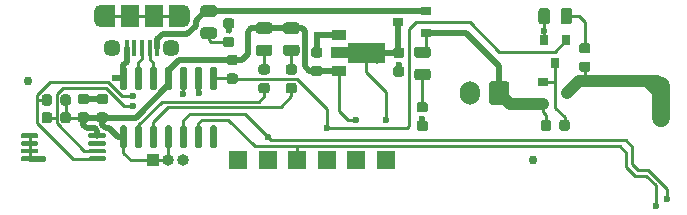
<source format=gtl>
%TF.GenerationSoftware,KiCad,Pcbnew,5.1.9-73d0e3b20d~88~ubuntu20.04.1*%
%TF.CreationDate,2021-04-22T17:18:43+01:00*%
%TF.ProjectId,hat,6861742e-6b69-4636-9164-5f7063625858,rev?*%
%TF.SameCoordinates,Original*%
%TF.FileFunction,Copper,L1,Top*%
%TF.FilePolarity,Positive*%
%FSLAX46Y46*%
G04 Gerber Fmt 4.6, Leading zero omitted, Abs format (unit mm)*
G04 Created by KiCad (PCBNEW 5.1.9-73d0e3b20d~88~ubuntu20.04.1) date 2021-04-22 17:18:43*
%MOMM*%
%LPD*%
G01*
G04 APERTURE LIST*
%TA.AperFunction,SMDPad,CuDef*%
%ADD10R,0.900000X0.800000*%
%TD*%
%TA.AperFunction,ComponentPad*%
%ADD11O,1.000000X1.000000*%
%TD*%
%TA.AperFunction,ComponentPad*%
%ADD12R,1.000000X1.000000*%
%TD*%
%TA.AperFunction,ComponentPad*%
%ADD13R,1.500000X1.500000*%
%TD*%
%TA.AperFunction,SMDPad,CuDef*%
%ADD14C,0.750000*%
%TD*%
%TA.AperFunction,SMDPad,CuDef*%
%ADD15R,0.800000X0.900000*%
%TD*%
%TA.AperFunction,SMDPad,CuDef*%
%ADD16C,0.100000*%
%TD*%
%TA.AperFunction,SMDPad,CuDef*%
%ADD17R,1.300000X0.900000*%
%TD*%
%TA.AperFunction,SMDPad,CuDef*%
%ADD18R,1.200000X1.900000*%
%TD*%
%TA.AperFunction,ComponentPad*%
%ADD19O,1.200000X1.900000*%
%TD*%
%TA.AperFunction,SMDPad,CuDef*%
%ADD20R,1.500000X1.900000*%
%TD*%
%TA.AperFunction,ComponentPad*%
%ADD21C,1.450000*%
%TD*%
%TA.AperFunction,SMDPad,CuDef*%
%ADD22R,0.400000X1.350000*%
%TD*%
%TA.AperFunction,ComponentPad*%
%ADD23O,1.700000X2.000000*%
%TD*%
%TA.AperFunction,ViaPad*%
%ADD24C,0.600000*%
%TD*%
%TA.AperFunction,ViaPad*%
%ADD25C,0.800000*%
%TD*%
%TA.AperFunction,Conductor*%
%ADD26C,0.500000*%
%TD*%
%TA.AperFunction,Conductor*%
%ADD27C,0.250000*%
%TD*%
%TA.AperFunction,Conductor*%
%ADD28C,1.000000*%
%TD*%
%TA.AperFunction,Conductor*%
%ADD29C,1.500000*%
%TD*%
G04 APERTURE END LIST*
%TO.P,R9,2*%
%TO.N,Net-(D6-Pad2)*%
%TA.AperFunction,SMDPad,CuDef*%
G36*
G01*
X149006250Y-104650000D02*
X148493750Y-104650000D01*
G75*
G02*
X148275000Y-104431250I0J218750D01*
G01*
X148275000Y-103993750D01*
G75*
G02*
X148493750Y-103775000I218750J0D01*
G01*
X149006250Y-103775000D01*
G75*
G02*
X149225000Y-103993750I0J-218750D01*
G01*
X149225000Y-104431250D01*
G75*
G02*
X149006250Y-104650000I-218750J0D01*
G01*
G37*
%TD.AperFunction*%
%TO.P,R9,1*%
%TO.N,Net-(J3-Pad2)*%
%TA.AperFunction,SMDPad,CuDef*%
G36*
G01*
X149006250Y-106225000D02*
X148493750Y-106225000D01*
G75*
G02*
X148275000Y-106006250I0J218750D01*
G01*
X148275000Y-105568750D01*
G75*
G02*
X148493750Y-105350000I218750J0D01*
G01*
X149006250Y-105350000D01*
G75*
G02*
X149225000Y-105568750I0J-218750D01*
G01*
X149225000Y-106006250D01*
G75*
G02*
X149006250Y-106225000I-218750J0D01*
G01*
G37*
%TD.AperFunction*%
%TD*%
%TO.P,R8,2*%
%TO.N,GND*%
%TA.AperFunction,SMDPad,CuDef*%
G36*
G01*
X118856250Y-102550000D02*
X118343750Y-102550000D01*
G75*
G02*
X118125000Y-102331250I0J218750D01*
G01*
X118125000Y-101893750D01*
G75*
G02*
X118343750Y-101675000I218750J0D01*
G01*
X118856250Y-101675000D01*
G75*
G02*
X119075000Y-101893750I0J-218750D01*
G01*
X119075000Y-102331250D01*
G75*
G02*
X118856250Y-102550000I-218750J0D01*
G01*
G37*
%TD.AperFunction*%
%TO.P,R8,1*%
%TO.N,Net-(D5-Pad1)*%
%TA.AperFunction,SMDPad,CuDef*%
G36*
G01*
X118856250Y-104125000D02*
X118343750Y-104125000D01*
G75*
G02*
X118125000Y-103906250I0J218750D01*
G01*
X118125000Y-103468750D01*
G75*
G02*
X118343750Y-103250000I218750J0D01*
G01*
X118856250Y-103250000D01*
G75*
G02*
X119075000Y-103468750I0J-218750D01*
G01*
X119075000Y-103906250D01*
G75*
G02*
X118856250Y-104125000I-218750J0D01*
G01*
G37*
%TD.AperFunction*%
%TD*%
%TO.P,R1,2*%
%TO.N,GND*%
%TA.AperFunction,SMDPad,CuDef*%
G36*
G01*
X134743750Y-110350000D02*
X135256250Y-110350000D01*
G75*
G02*
X135475000Y-110568750I0J-218750D01*
G01*
X135475000Y-111006250D01*
G75*
G02*
X135256250Y-111225000I-218750J0D01*
G01*
X134743750Y-111225000D01*
G75*
G02*
X134525000Y-111006250I0J218750D01*
G01*
X134525000Y-110568750D01*
G75*
G02*
X134743750Y-110350000I218750J0D01*
G01*
G37*
%TD.AperFunction*%
%TO.P,R1,1*%
%TO.N,Net-(D1-Pad1)*%
%TA.AperFunction,SMDPad,CuDef*%
G36*
G01*
X134743750Y-108775000D02*
X135256250Y-108775000D01*
G75*
G02*
X135475000Y-108993750I0J-218750D01*
G01*
X135475000Y-109431250D01*
G75*
G02*
X135256250Y-109650000I-218750J0D01*
G01*
X134743750Y-109650000D01*
G75*
G02*
X134525000Y-109431250I0J218750D01*
G01*
X134525000Y-108993750D01*
G75*
G02*
X134743750Y-108775000I218750J0D01*
G01*
G37*
%TD.AperFunction*%
%TD*%
%TO.P,D6,2*%
%TO.N,Net-(D6-Pad2)*%
%TA.AperFunction,SMDPad,CuDef*%
G36*
G01*
X146700000Y-101956250D02*
X146700000Y-101043750D01*
G75*
G02*
X146943750Y-100800000I243750J0D01*
G01*
X147431250Y-100800000D01*
G75*
G02*
X147675000Y-101043750I0J-243750D01*
G01*
X147675000Y-101956250D01*
G75*
G02*
X147431250Y-102200000I-243750J0D01*
G01*
X146943750Y-102200000D01*
G75*
G02*
X146700000Y-101956250I0J243750D01*
G01*
G37*
%TD.AperFunction*%
%TO.P,D6,1*%
%TO.N,GND*%
%TA.AperFunction,SMDPad,CuDef*%
G36*
G01*
X144825000Y-101956250D02*
X144825000Y-101043750D01*
G75*
G02*
X145068750Y-100800000I243750J0D01*
G01*
X145556250Y-100800000D01*
G75*
G02*
X145800000Y-101043750I0J-243750D01*
G01*
X145800000Y-101956250D01*
G75*
G02*
X145556250Y-102200000I-243750J0D01*
G01*
X145068750Y-102200000D01*
G75*
G02*
X144825000Y-101956250I0J243750D01*
G01*
G37*
%TD.AperFunction*%
%TD*%
%TO.P,D5,2*%
%TO.N,VBUS*%
%TA.AperFunction,SMDPad,CuDef*%
G36*
G01*
X117356250Y-101550000D02*
X116443750Y-101550000D01*
G75*
G02*
X116200000Y-101306250I0J243750D01*
G01*
X116200000Y-100818750D01*
G75*
G02*
X116443750Y-100575000I243750J0D01*
G01*
X117356250Y-100575000D01*
G75*
G02*
X117600000Y-100818750I0J-243750D01*
G01*
X117600000Y-101306250D01*
G75*
G02*
X117356250Y-101550000I-243750J0D01*
G01*
G37*
%TD.AperFunction*%
%TO.P,D5,1*%
%TO.N,Net-(D5-Pad1)*%
%TA.AperFunction,SMDPad,CuDef*%
G36*
G01*
X117356250Y-103425000D02*
X116443750Y-103425000D01*
G75*
G02*
X116200000Y-103181250I0J243750D01*
G01*
X116200000Y-102693750D01*
G75*
G02*
X116443750Y-102450000I243750J0D01*
G01*
X117356250Y-102450000D01*
G75*
G02*
X117600000Y-102693750I0J-243750D01*
G01*
X117600000Y-103181250D01*
G75*
G02*
X117356250Y-103425000I-243750J0D01*
G01*
G37*
%TD.AperFunction*%
%TD*%
%TO.P,D1,2*%
%TO.N,+5V*%
%TA.AperFunction,SMDPad,CuDef*%
G36*
G01*
X135456250Y-105050000D02*
X134543750Y-105050000D01*
G75*
G02*
X134300000Y-104806250I0J243750D01*
G01*
X134300000Y-104318750D01*
G75*
G02*
X134543750Y-104075000I243750J0D01*
G01*
X135456250Y-104075000D01*
G75*
G02*
X135700000Y-104318750I0J-243750D01*
G01*
X135700000Y-104806250D01*
G75*
G02*
X135456250Y-105050000I-243750J0D01*
G01*
G37*
%TD.AperFunction*%
%TO.P,D1,1*%
%TO.N,Net-(D1-Pad1)*%
%TA.AperFunction,SMDPad,CuDef*%
G36*
G01*
X135456250Y-106925000D02*
X134543750Y-106925000D01*
G75*
G02*
X134300000Y-106681250I0J243750D01*
G01*
X134300000Y-106193750D01*
G75*
G02*
X134543750Y-105950000I243750J0D01*
G01*
X135456250Y-105950000D01*
G75*
G02*
X135700000Y-106193750I0J-243750D01*
G01*
X135700000Y-106681250D01*
G75*
G02*
X135456250Y-106925000I-243750J0D01*
G01*
G37*
%TD.AperFunction*%
%TD*%
%TO.P,R7,2*%
%TO.N,SCL*%
%TA.AperFunction,SMDPad,CuDef*%
G36*
G01*
X103650000Y-109843750D02*
X103650000Y-110356250D01*
G75*
G02*
X103431250Y-110575000I-218750J0D01*
G01*
X102993750Y-110575000D01*
G75*
G02*
X102775000Y-110356250I0J218750D01*
G01*
X102775000Y-109843750D01*
G75*
G02*
X102993750Y-109625000I218750J0D01*
G01*
X103431250Y-109625000D01*
G75*
G02*
X103650000Y-109843750I0J-218750D01*
G01*
G37*
%TD.AperFunction*%
%TO.P,R7,1*%
%TO.N,+3V3*%
%TA.AperFunction,SMDPad,CuDef*%
G36*
G01*
X105225000Y-109843750D02*
X105225000Y-110356250D01*
G75*
G02*
X105006250Y-110575000I-218750J0D01*
G01*
X104568750Y-110575000D01*
G75*
G02*
X104350000Y-110356250I0J218750D01*
G01*
X104350000Y-109843750D01*
G75*
G02*
X104568750Y-109625000I218750J0D01*
G01*
X105006250Y-109625000D01*
G75*
G02*
X105225000Y-109843750I0J-218750D01*
G01*
G37*
%TD.AperFunction*%
%TD*%
%TO.P,R2,2*%
%TO.N,SDA*%
%TA.AperFunction,SMDPad,CuDef*%
G36*
G01*
X103650000Y-108343750D02*
X103650000Y-108856250D01*
G75*
G02*
X103431250Y-109075000I-218750J0D01*
G01*
X102993750Y-109075000D01*
G75*
G02*
X102775000Y-108856250I0J218750D01*
G01*
X102775000Y-108343750D01*
G75*
G02*
X102993750Y-108125000I218750J0D01*
G01*
X103431250Y-108125000D01*
G75*
G02*
X103650000Y-108343750I0J-218750D01*
G01*
G37*
%TD.AperFunction*%
%TO.P,R2,1*%
%TO.N,+3V3*%
%TA.AperFunction,SMDPad,CuDef*%
G36*
G01*
X105225000Y-108343750D02*
X105225000Y-108856250D01*
G75*
G02*
X105006250Y-109075000I-218750J0D01*
G01*
X104568750Y-109075000D01*
G75*
G02*
X104350000Y-108856250I0J218750D01*
G01*
X104350000Y-108343750D01*
G75*
G02*
X104568750Y-108125000I218750J0D01*
G01*
X105006250Y-108125000D01*
G75*
G02*
X105225000Y-108343750I0J-218750D01*
G01*
G37*
%TD.AperFunction*%
%TD*%
D10*
%TO.P,D4,3*%
%TO.N,COMB_5V*%
X132900000Y-102000000D03*
%TO.P,D4,2*%
%TO.N,VBUS*%
X135300000Y-101050000D03*
%TO.P,D4,1*%
%TO.N,+5V*%
X135300000Y-102950000D03*
%TD*%
%TO.P,C3,2*%
%TO.N,GND*%
%TA.AperFunction,SMDPad,CuDef*%
G36*
G01*
X108156250Y-108950000D02*
X107643750Y-108950000D01*
G75*
G02*
X107425000Y-108731250I0J218750D01*
G01*
X107425000Y-108293750D01*
G75*
G02*
X107643750Y-108075000I218750J0D01*
G01*
X108156250Y-108075000D01*
G75*
G02*
X108375000Y-108293750I0J-218750D01*
G01*
X108375000Y-108731250D01*
G75*
G02*
X108156250Y-108950000I-218750J0D01*
G01*
G37*
%TD.AperFunction*%
%TO.P,C3,1*%
%TO.N,+3V3*%
%TA.AperFunction,SMDPad,CuDef*%
G36*
G01*
X108156250Y-110525000D02*
X107643750Y-110525000D01*
G75*
G02*
X107425000Y-110306250I0J218750D01*
G01*
X107425000Y-109868750D01*
G75*
G02*
X107643750Y-109650000I218750J0D01*
G01*
X108156250Y-109650000D01*
G75*
G02*
X108375000Y-109868750I0J-218750D01*
G01*
X108375000Y-110306250D01*
G75*
G02*
X108156250Y-110525000I-218750J0D01*
G01*
G37*
%TD.AperFunction*%
%TD*%
D11*
%TO.P,JP1,3*%
%TO.N,GND*%
X114770000Y-113700000D03*
%TO.P,JP1,2*%
%TO.N,+3V3*%
X113500000Y-113700000D03*
D12*
%TO.P,JP1,1*%
X112230000Y-113700000D03*
%TD*%
D13*
%TO.P,TP6,1*%
%TO.N,GND*%
X119400000Y-113700000D03*
%TD*%
%TO.P,TP5,1*%
%TO.N,RX*%
X124400000Y-113700000D03*
%TD*%
%TO.P,TP4,1*%
%TO.N,TX*%
X121900000Y-113700000D03*
%TD*%
%TO.P,TP3,1*%
%TO.N,PI_PWR*%
X126900000Y-113700000D03*
%TD*%
%TO.P,TP2,1*%
%TO.N,+3V3*%
X129400000Y-113700000D03*
%TD*%
%TO.P,TP1,1*%
%TO.N,COMB_5V*%
X131900000Y-113700000D03*
%TD*%
D14*
%TO.P,FID2,*%
%TO.N,*%
X144400000Y-113700000D03*
%TD*%
%TO.P,FID1,*%
%TO.N,*%
X101600000Y-107000000D03*
%TD*%
%TO.P,IC1,8*%
%TO.N,+3V3*%
%TA.AperFunction,SMDPad,CuDef*%
G36*
G01*
X106725000Y-111725000D02*
X106725000Y-111525000D01*
G75*
G02*
X106825000Y-111425000I100000J0D01*
G01*
X108100000Y-111425000D01*
G75*
G02*
X108200000Y-111525000I0J-100000D01*
G01*
X108200000Y-111725000D01*
G75*
G02*
X108100000Y-111825000I-100000J0D01*
G01*
X106825000Y-111825000D01*
G75*
G02*
X106725000Y-111725000I0J100000D01*
G01*
G37*
%TD.AperFunction*%
%TO.P,IC1,7*%
%TO.N,Net-(IC1-Pad7)*%
%TA.AperFunction,SMDPad,CuDef*%
G36*
G01*
X106725000Y-112375000D02*
X106725000Y-112175000D01*
G75*
G02*
X106825000Y-112075000I100000J0D01*
G01*
X108100000Y-112075000D01*
G75*
G02*
X108200000Y-112175000I0J-100000D01*
G01*
X108200000Y-112375000D01*
G75*
G02*
X108100000Y-112475000I-100000J0D01*
G01*
X106825000Y-112475000D01*
G75*
G02*
X106725000Y-112375000I0J100000D01*
G01*
G37*
%TD.AperFunction*%
%TO.P,IC1,6*%
%TO.N,SCL*%
%TA.AperFunction,SMDPad,CuDef*%
G36*
G01*
X106725000Y-113025000D02*
X106725000Y-112825000D01*
G75*
G02*
X106825000Y-112725000I100000J0D01*
G01*
X108100000Y-112725000D01*
G75*
G02*
X108200000Y-112825000I0J-100000D01*
G01*
X108200000Y-113025000D01*
G75*
G02*
X108100000Y-113125000I-100000J0D01*
G01*
X106825000Y-113125000D01*
G75*
G02*
X106725000Y-113025000I0J100000D01*
G01*
G37*
%TD.AperFunction*%
%TO.P,IC1,5*%
%TO.N,SDA*%
%TA.AperFunction,SMDPad,CuDef*%
G36*
G01*
X106725000Y-113675000D02*
X106725000Y-113475000D01*
G75*
G02*
X106825000Y-113375000I100000J0D01*
G01*
X108100000Y-113375000D01*
G75*
G02*
X108200000Y-113475000I0J-100000D01*
G01*
X108200000Y-113675000D01*
G75*
G02*
X108100000Y-113775000I-100000J0D01*
G01*
X106825000Y-113775000D01*
G75*
G02*
X106725000Y-113675000I0J100000D01*
G01*
G37*
%TD.AperFunction*%
%TO.P,IC1,4*%
%TO.N,GND*%
%TA.AperFunction,SMDPad,CuDef*%
G36*
G01*
X101000000Y-113675000D02*
X101000000Y-113475000D01*
G75*
G02*
X101100000Y-113375000I100000J0D01*
G01*
X102375000Y-113375000D01*
G75*
G02*
X102475000Y-113475000I0J-100000D01*
G01*
X102475000Y-113675000D01*
G75*
G02*
X102375000Y-113775000I-100000J0D01*
G01*
X101100000Y-113775000D01*
G75*
G02*
X101000000Y-113675000I0J100000D01*
G01*
G37*
%TD.AperFunction*%
%TO.P,IC1,3*%
%TA.AperFunction,SMDPad,CuDef*%
G36*
G01*
X101000000Y-113025000D02*
X101000000Y-112825000D01*
G75*
G02*
X101100000Y-112725000I100000J0D01*
G01*
X102375000Y-112725000D01*
G75*
G02*
X102475000Y-112825000I0J-100000D01*
G01*
X102475000Y-113025000D01*
G75*
G02*
X102375000Y-113125000I-100000J0D01*
G01*
X101100000Y-113125000D01*
G75*
G02*
X101000000Y-113025000I0J100000D01*
G01*
G37*
%TD.AperFunction*%
%TO.P,IC1,2*%
%TA.AperFunction,SMDPad,CuDef*%
G36*
G01*
X101000000Y-112375000D02*
X101000000Y-112175000D01*
G75*
G02*
X101100000Y-112075000I100000J0D01*
G01*
X102375000Y-112075000D01*
G75*
G02*
X102475000Y-112175000I0J-100000D01*
G01*
X102475000Y-112375000D01*
G75*
G02*
X102375000Y-112475000I-100000J0D01*
G01*
X101100000Y-112475000D01*
G75*
G02*
X101000000Y-112375000I0J100000D01*
G01*
G37*
%TD.AperFunction*%
%TO.P,IC1,1*%
%TA.AperFunction,SMDPad,CuDef*%
G36*
G01*
X101000000Y-111725000D02*
X101000000Y-111525000D01*
G75*
G02*
X101100000Y-111425000I100000J0D01*
G01*
X102375000Y-111425000D01*
G75*
G02*
X102475000Y-111525000I0J-100000D01*
G01*
X102475000Y-111725000D01*
G75*
G02*
X102375000Y-111825000I-100000J0D01*
G01*
X101100000Y-111825000D01*
G75*
G02*
X101000000Y-111725000I0J100000D01*
G01*
G37*
%TD.AperFunction*%
%TD*%
%TO.P,C4,2*%
%TO.N,GND*%
%TA.AperFunction,SMDPad,CuDef*%
G36*
G01*
X106556250Y-108950000D02*
X106043750Y-108950000D01*
G75*
G02*
X105825000Y-108731250I0J218750D01*
G01*
X105825000Y-108293750D01*
G75*
G02*
X106043750Y-108075000I218750J0D01*
G01*
X106556250Y-108075000D01*
G75*
G02*
X106775000Y-108293750I0J-218750D01*
G01*
X106775000Y-108731250D01*
G75*
G02*
X106556250Y-108950000I-218750J0D01*
G01*
G37*
%TD.AperFunction*%
%TO.P,C4,1*%
%TO.N,+3V3*%
%TA.AperFunction,SMDPad,CuDef*%
G36*
G01*
X106556250Y-110525000D02*
X106043750Y-110525000D01*
G75*
G02*
X105825000Y-110306250I0J218750D01*
G01*
X105825000Y-109868750D01*
G75*
G02*
X106043750Y-109650000I218750J0D01*
G01*
X106556250Y-109650000D01*
G75*
G02*
X106775000Y-109868750I0J-218750D01*
G01*
X106775000Y-110306250D01*
G75*
G02*
X106556250Y-110525000I-218750J0D01*
G01*
G37*
%TD.AperFunction*%
%TD*%
%TO.P,R6,2*%
%TO.N,PI_PWR*%
%TA.AperFunction,SMDPad,CuDef*%
G36*
G01*
X118643750Y-106350000D02*
X119156250Y-106350000D01*
G75*
G02*
X119375000Y-106568750I0J-218750D01*
G01*
X119375000Y-107006250D01*
G75*
G02*
X119156250Y-107225000I-218750J0D01*
G01*
X118643750Y-107225000D01*
G75*
G02*
X118425000Y-107006250I0J218750D01*
G01*
X118425000Y-106568750D01*
G75*
G02*
X118643750Y-106350000I218750J0D01*
G01*
G37*
%TD.AperFunction*%
%TO.P,R6,1*%
%TO.N,+3V3*%
%TA.AperFunction,SMDPad,CuDef*%
G36*
G01*
X118643750Y-104775000D02*
X119156250Y-104775000D01*
G75*
G02*
X119375000Y-104993750I0J-218750D01*
G01*
X119375000Y-105431250D01*
G75*
G02*
X119156250Y-105650000I-218750J0D01*
G01*
X118643750Y-105650000D01*
G75*
G02*
X118425000Y-105431250I0J218750D01*
G01*
X118425000Y-104993750D01*
G75*
G02*
X118643750Y-104775000I218750J0D01*
G01*
G37*
%TD.AperFunction*%
%TD*%
D10*
%TO.P,Q2,3*%
%TO.N,Net-(J3-Pad2)*%
X147250000Y-108000000D03*
%TO.P,Q2,2*%
%TO.N,+5V*%
X145250000Y-108950000D03*
%TO.P,Q2,1*%
%TO.N,Net-(Q1-Pad3)*%
X145250000Y-107050000D03*
%TD*%
D15*
%TO.P,Q1,3*%
%TO.N,Net-(Q1-Pad3)*%
X146250000Y-105500000D03*
%TO.P,Q1,2*%
%TO.N,GND*%
X145300000Y-103500000D03*
%TO.P,Q1,1*%
%TO.N,PI_PWR*%
X147200000Y-103500000D03*
%TD*%
%TO.P,U2,14*%
%TO.N,GND*%
%TA.AperFunction,SMDPad,CuDef*%
G36*
G01*
X109840000Y-107750000D02*
X109540000Y-107750000D01*
G75*
G02*
X109390000Y-107600000I0J150000D01*
G01*
X109390000Y-105950000D01*
G75*
G02*
X109540000Y-105800000I150000J0D01*
G01*
X109840000Y-105800000D01*
G75*
G02*
X109990000Y-105950000I0J-150000D01*
G01*
X109990000Y-107600000D01*
G75*
G02*
X109840000Y-107750000I-150000J0D01*
G01*
G37*
%TD.AperFunction*%
%TO.P,U2,13*%
%TO.N,Net-(J2-Pad3)*%
%TA.AperFunction,SMDPad,CuDef*%
G36*
G01*
X111110000Y-107750000D02*
X110810000Y-107750000D01*
G75*
G02*
X110660000Y-107600000I0J150000D01*
G01*
X110660000Y-105950000D01*
G75*
G02*
X110810000Y-105800000I150000J0D01*
G01*
X111110000Y-105800000D01*
G75*
G02*
X111260000Y-105950000I0J-150000D01*
G01*
X111260000Y-107600000D01*
G75*
G02*
X111110000Y-107750000I-150000J0D01*
G01*
G37*
%TD.AperFunction*%
%TO.P,U2,12*%
%TO.N,Net-(J2-Pad2)*%
%TA.AperFunction,SMDPad,CuDef*%
G36*
G01*
X112380000Y-107750000D02*
X112080000Y-107750000D01*
G75*
G02*
X111930000Y-107600000I0J150000D01*
G01*
X111930000Y-105950000D01*
G75*
G02*
X112080000Y-105800000I150000J0D01*
G01*
X112380000Y-105800000D01*
G75*
G02*
X112530000Y-105950000I0J-150000D01*
G01*
X112530000Y-107600000D01*
G75*
G02*
X112380000Y-107750000I-150000J0D01*
G01*
G37*
%TD.AperFunction*%
%TO.P,U2,11*%
%TO.N,+3V3*%
%TA.AperFunction,SMDPad,CuDef*%
G36*
G01*
X113650000Y-107750000D02*
X113350000Y-107750000D01*
G75*
G02*
X113200000Y-107600000I0J150000D01*
G01*
X113200000Y-105950000D01*
G75*
G02*
X113350000Y-105800000I150000J0D01*
G01*
X113650000Y-105800000D01*
G75*
G02*
X113800000Y-105950000I0J-150000D01*
G01*
X113800000Y-107600000D01*
G75*
G02*
X113650000Y-107750000I-150000J0D01*
G01*
G37*
%TD.AperFunction*%
%TO.P,U2,10*%
%TO.N,SCL*%
%TA.AperFunction,SMDPad,CuDef*%
G36*
G01*
X114920000Y-107750000D02*
X114620000Y-107750000D01*
G75*
G02*
X114470000Y-107600000I0J150000D01*
G01*
X114470000Y-105950000D01*
G75*
G02*
X114620000Y-105800000I150000J0D01*
G01*
X114920000Y-105800000D01*
G75*
G02*
X115070000Y-105950000I0J-150000D01*
G01*
X115070000Y-107600000D01*
G75*
G02*
X114920000Y-107750000I-150000J0D01*
G01*
G37*
%TD.AperFunction*%
%TO.P,U2,9*%
%TO.N,SDA*%
%TA.AperFunction,SMDPad,CuDef*%
G36*
G01*
X116190000Y-107750000D02*
X115890000Y-107750000D01*
G75*
G02*
X115740000Y-107600000I0J150000D01*
G01*
X115740000Y-105950000D01*
G75*
G02*
X115890000Y-105800000I150000J0D01*
G01*
X116190000Y-105800000D01*
G75*
G02*
X116340000Y-105950000I0J-150000D01*
G01*
X116340000Y-107600000D01*
G75*
G02*
X116190000Y-107750000I-150000J0D01*
G01*
G37*
%TD.AperFunction*%
%TO.P,U2,8*%
%TO.N,PI_PWR*%
%TA.AperFunction,SMDPad,CuDef*%
G36*
G01*
X117460000Y-107750000D02*
X117160000Y-107750000D01*
G75*
G02*
X117010000Y-107600000I0J150000D01*
G01*
X117010000Y-105950000D01*
G75*
G02*
X117160000Y-105800000I150000J0D01*
G01*
X117460000Y-105800000D01*
G75*
G02*
X117610000Y-105950000I0J-150000D01*
G01*
X117610000Y-107600000D01*
G75*
G02*
X117460000Y-107750000I-150000J0D01*
G01*
G37*
%TD.AperFunction*%
%TO.P,U2,7*%
%TO.N,Net-(U2-Pad7)*%
%TA.AperFunction,SMDPad,CuDef*%
G36*
G01*
X117460000Y-112700000D02*
X117160000Y-112700000D01*
G75*
G02*
X117010000Y-112550000I0J150000D01*
G01*
X117010000Y-110900000D01*
G75*
G02*
X117160000Y-110750000I150000J0D01*
G01*
X117460000Y-110750000D01*
G75*
G02*
X117610000Y-110900000I0J-150000D01*
G01*
X117610000Y-112550000D01*
G75*
G02*
X117460000Y-112700000I-150000J0D01*
G01*
G37*
%TD.AperFunction*%
%TO.P,U2,6*%
%TO.N,RX*%
%TA.AperFunction,SMDPad,CuDef*%
G36*
G01*
X116190000Y-112700000D02*
X115890000Y-112700000D01*
G75*
G02*
X115740000Y-112550000I0J150000D01*
G01*
X115740000Y-110900000D01*
G75*
G02*
X115890000Y-110750000I150000J0D01*
G01*
X116190000Y-110750000D01*
G75*
G02*
X116340000Y-110900000I0J-150000D01*
G01*
X116340000Y-112550000D01*
G75*
G02*
X116190000Y-112700000I-150000J0D01*
G01*
G37*
%TD.AperFunction*%
%TO.P,U2,5*%
%TO.N,TX*%
%TA.AperFunction,SMDPad,CuDef*%
G36*
G01*
X114920000Y-112700000D02*
X114620000Y-112700000D01*
G75*
G02*
X114470000Y-112550000I0J150000D01*
G01*
X114470000Y-110900000D01*
G75*
G02*
X114620000Y-110750000I150000J0D01*
G01*
X114920000Y-110750000D01*
G75*
G02*
X115070000Y-110900000I0J-150000D01*
G01*
X115070000Y-112550000D01*
G75*
G02*
X114920000Y-112700000I-150000J0D01*
G01*
G37*
%TD.AperFunction*%
%TO.P,U2,4*%
%TO.N,+3V3*%
%TA.AperFunction,SMDPad,CuDef*%
G36*
G01*
X113650000Y-112700000D02*
X113350000Y-112700000D01*
G75*
G02*
X113200000Y-112550000I0J150000D01*
G01*
X113200000Y-110900000D01*
G75*
G02*
X113350000Y-110750000I150000J0D01*
G01*
X113650000Y-110750000D01*
G75*
G02*
X113800000Y-110900000I0J-150000D01*
G01*
X113800000Y-112550000D01*
G75*
G02*
X113650000Y-112700000I-150000J0D01*
G01*
G37*
%TD.AperFunction*%
%TO.P,U2,3*%
%TO.N,Net-(R4-Pad2)*%
%TA.AperFunction,SMDPad,CuDef*%
G36*
G01*
X112380000Y-112700000D02*
X112080000Y-112700000D01*
G75*
G02*
X111930000Y-112550000I0J150000D01*
G01*
X111930000Y-110900000D01*
G75*
G02*
X112080000Y-110750000I150000J0D01*
G01*
X112380000Y-110750000D01*
G75*
G02*
X112530000Y-110900000I0J-150000D01*
G01*
X112530000Y-112550000D01*
G75*
G02*
X112380000Y-112700000I-150000J0D01*
G01*
G37*
%TD.AperFunction*%
%TO.P,U2,2*%
%TO.N,Net-(R3-Pad2)*%
%TA.AperFunction,SMDPad,CuDef*%
G36*
G01*
X111110000Y-112700000D02*
X110810000Y-112700000D01*
G75*
G02*
X110660000Y-112550000I0J150000D01*
G01*
X110660000Y-110900000D01*
G75*
G02*
X110810000Y-110750000I150000J0D01*
G01*
X111110000Y-110750000D01*
G75*
G02*
X111260000Y-110900000I0J-150000D01*
G01*
X111260000Y-112550000D01*
G75*
G02*
X111110000Y-112700000I-150000J0D01*
G01*
G37*
%TD.AperFunction*%
%TO.P,U2,1*%
%TO.N,+3V3*%
%TA.AperFunction,SMDPad,CuDef*%
G36*
G01*
X109840000Y-112700000D02*
X109540000Y-112700000D01*
G75*
G02*
X109390000Y-112550000I0J150000D01*
G01*
X109390000Y-110900000D01*
G75*
G02*
X109540000Y-110750000I150000J0D01*
G01*
X109840000Y-110750000D01*
G75*
G02*
X109990000Y-110900000I0J-150000D01*
G01*
X109990000Y-112550000D01*
G75*
G02*
X109840000Y-112700000I-150000J0D01*
G01*
G37*
%TD.AperFunction*%
%TD*%
%TA.AperFunction,SMDPad,CuDef*%
D16*
%TO.P,U1,2*%
%TO.N,COMB_5V*%
G36*
X131850000Y-105466500D02*
G01*
X128725000Y-105466500D01*
X128725000Y-105050000D01*
X127250000Y-105050000D01*
X127250000Y-104150000D01*
X128725000Y-104150000D01*
X128725000Y-103733500D01*
X131850000Y-103733500D01*
X131850000Y-105466500D01*
G37*
%TD.AperFunction*%
D17*
%TO.P,U1,3*%
%TO.N,+3V3*%
X127900000Y-106100000D03*
%TO.P,U1,1*%
%TO.N,GND*%
X127900000Y-103100000D03*
%TD*%
%TO.P,R5,2*%
%TO.N,Net-(Q1-Pad3)*%
%TA.AperFunction,SMDPad,CuDef*%
G36*
G01*
X146600000Y-111006250D02*
X146600000Y-110493750D01*
G75*
G02*
X146818750Y-110275000I218750J0D01*
G01*
X147256250Y-110275000D01*
G75*
G02*
X147475000Y-110493750I0J-218750D01*
G01*
X147475000Y-111006250D01*
G75*
G02*
X147256250Y-111225000I-218750J0D01*
G01*
X146818750Y-111225000D01*
G75*
G02*
X146600000Y-111006250I0J218750D01*
G01*
G37*
%TD.AperFunction*%
%TO.P,R5,1*%
%TO.N,+5V*%
%TA.AperFunction,SMDPad,CuDef*%
G36*
G01*
X145025000Y-111006250D02*
X145025000Y-110493750D01*
G75*
G02*
X145243750Y-110275000I218750J0D01*
G01*
X145681250Y-110275000D01*
G75*
G02*
X145900000Y-110493750I0J-218750D01*
G01*
X145900000Y-111006250D01*
G75*
G02*
X145681250Y-111225000I-218750J0D01*
G01*
X145243750Y-111225000D01*
G75*
G02*
X145025000Y-111006250I0J218750D01*
G01*
G37*
%TD.AperFunction*%
%TD*%
%TO.P,R4,2*%
%TO.N,Net-(R4-Pad2)*%
%TA.AperFunction,SMDPad,CuDef*%
G36*
G01*
X123643750Y-107150000D02*
X124156250Y-107150000D01*
G75*
G02*
X124375000Y-107368750I0J-218750D01*
G01*
X124375000Y-107806250D01*
G75*
G02*
X124156250Y-108025000I-218750J0D01*
G01*
X123643750Y-108025000D01*
G75*
G02*
X123425000Y-107806250I0J218750D01*
G01*
X123425000Y-107368750D01*
G75*
G02*
X123643750Y-107150000I218750J0D01*
G01*
G37*
%TD.AperFunction*%
%TO.P,R4,1*%
%TO.N,Net-(D3-Pad1)*%
%TA.AperFunction,SMDPad,CuDef*%
G36*
G01*
X123643750Y-105575000D02*
X124156250Y-105575000D01*
G75*
G02*
X124375000Y-105793750I0J-218750D01*
G01*
X124375000Y-106231250D01*
G75*
G02*
X124156250Y-106450000I-218750J0D01*
G01*
X123643750Y-106450000D01*
G75*
G02*
X123425000Y-106231250I0J218750D01*
G01*
X123425000Y-105793750D01*
G75*
G02*
X123643750Y-105575000I218750J0D01*
G01*
G37*
%TD.AperFunction*%
%TD*%
%TO.P,R3,2*%
%TO.N,Net-(R3-Pad2)*%
%TA.AperFunction,SMDPad,CuDef*%
G36*
G01*
X121343750Y-107150000D02*
X121856250Y-107150000D01*
G75*
G02*
X122075000Y-107368750I0J-218750D01*
G01*
X122075000Y-107806250D01*
G75*
G02*
X121856250Y-108025000I-218750J0D01*
G01*
X121343750Y-108025000D01*
G75*
G02*
X121125000Y-107806250I0J218750D01*
G01*
X121125000Y-107368750D01*
G75*
G02*
X121343750Y-107150000I218750J0D01*
G01*
G37*
%TD.AperFunction*%
%TO.P,R3,1*%
%TO.N,Net-(D2-Pad1)*%
%TA.AperFunction,SMDPad,CuDef*%
G36*
G01*
X121343750Y-105575000D02*
X121856250Y-105575000D01*
G75*
G02*
X122075000Y-105793750I0J-218750D01*
G01*
X122075000Y-106231250D01*
G75*
G02*
X121856250Y-106450000I-218750J0D01*
G01*
X121343750Y-106450000D01*
G75*
G02*
X121125000Y-106231250I0J218750D01*
G01*
X121125000Y-105793750D01*
G75*
G02*
X121343750Y-105575000I218750J0D01*
G01*
G37*
%TD.AperFunction*%
%TD*%
D18*
%TO.P,J2,6*%
%TO.N,Net-(J2-Pad6)*%
X114150000Y-101512500D03*
X108350000Y-101512500D03*
D19*
X107750000Y-101512500D03*
X114750000Y-101512500D03*
D20*
X112250000Y-101512500D03*
D21*
X108750000Y-104212500D03*
D22*
%TO.P,J2,3*%
%TO.N,Net-(J2-Pad3)*%
X111250000Y-104212500D03*
%TO.P,J2,4*%
%TO.N,Net-(J2-Pad4)*%
X110600000Y-104212500D03*
%TO.P,J2,5*%
%TO.N,GND*%
X109950000Y-104212500D03*
%TO.P,J2,1*%
%TO.N,VBUS*%
X112550000Y-104212500D03*
%TO.P,J2,2*%
%TO.N,Net-(J2-Pad2)*%
X111900000Y-104212500D03*
D21*
%TO.P,J2,6*%
%TO.N,Net-(J2-Pad6)*%
X113750000Y-104212500D03*
D20*
X110250000Y-101512500D03*
%TD*%
D23*
%TO.P,J1,2*%
%TO.N,GND*%
X139000000Y-108000000D03*
%TO.P,J1,1*%
%TO.N,+5V*%
%TA.AperFunction,ComponentPad*%
G36*
G01*
X142350000Y-107250000D02*
X142350000Y-108750000D01*
G75*
G02*
X142100000Y-109000000I-250000J0D01*
G01*
X140900000Y-109000000D01*
G75*
G02*
X140650000Y-108750000I0J250000D01*
G01*
X140650000Y-107250000D01*
G75*
G02*
X140900000Y-107000000I250000J0D01*
G01*
X142100000Y-107000000D01*
G75*
G02*
X142350000Y-107250000I0J-250000D01*
G01*
G37*
%TD.AperFunction*%
%TD*%
%TO.P,D3,2*%
%TO.N,+3V3*%
%TA.AperFunction,SMDPad,CuDef*%
G36*
G01*
X124356250Y-103000000D02*
X123443750Y-103000000D01*
G75*
G02*
X123200000Y-102756250I0J243750D01*
G01*
X123200000Y-102268750D01*
G75*
G02*
X123443750Y-102025000I243750J0D01*
G01*
X124356250Y-102025000D01*
G75*
G02*
X124600000Y-102268750I0J-243750D01*
G01*
X124600000Y-102756250D01*
G75*
G02*
X124356250Y-103000000I-243750J0D01*
G01*
G37*
%TD.AperFunction*%
%TO.P,D3,1*%
%TO.N,Net-(D3-Pad1)*%
%TA.AperFunction,SMDPad,CuDef*%
G36*
G01*
X124356250Y-104875000D02*
X123443750Y-104875000D01*
G75*
G02*
X123200000Y-104631250I0J243750D01*
G01*
X123200000Y-104143750D01*
G75*
G02*
X123443750Y-103900000I243750J0D01*
G01*
X124356250Y-103900000D01*
G75*
G02*
X124600000Y-104143750I0J-243750D01*
G01*
X124600000Y-104631250D01*
G75*
G02*
X124356250Y-104875000I-243750J0D01*
G01*
G37*
%TD.AperFunction*%
%TD*%
%TO.P,D2,2*%
%TO.N,+3V3*%
%TA.AperFunction,SMDPad,CuDef*%
G36*
G01*
X122056250Y-103000000D02*
X121143750Y-103000000D01*
G75*
G02*
X120900000Y-102756250I0J243750D01*
G01*
X120900000Y-102268750D01*
G75*
G02*
X121143750Y-102025000I243750J0D01*
G01*
X122056250Y-102025000D01*
G75*
G02*
X122300000Y-102268750I0J-243750D01*
G01*
X122300000Y-102756250D01*
G75*
G02*
X122056250Y-103000000I-243750J0D01*
G01*
G37*
%TD.AperFunction*%
%TO.P,D2,1*%
%TO.N,Net-(D2-Pad1)*%
%TA.AperFunction,SMDPad,CuDef*%
G36*
G01*
X122056250Y-104875000D02*
X121143750Y-104875000D01*
G75*
G02*
X120900000Y-104631250I0J243750D01*
G01*
X120900000Y-104143750D01*
G75*
G02*
X121143750Y-103900000I243750J0D01*
G01*
X122056250Y-103900000D01*
G75*
G02*
X122300000Y-104143750I0J-243750D01*
G01*
X122300000Y-104631250D01*
G75*
G02*
X122056250Y-104875000I-243750J0D01*
G01*
G37*
%TD.AperFunction*%
%TD*%
%TO.P,C2,2*%
%TO.N,GND*%
%TA.AperFunction,SMDPad,CuDef*%
G36*
G01*
X126306250Y-105000000D02*
X125793750Y-105000000D01*
G75*
G02*
X125575000Y-104781250I0J218750D01*
G01*
X125575000Y-104343750D01*
G75*
G02*
X125793750Y-104125000I218750J0D01*
G01*
X126306250Y-104125000D01*
G75*
G02*
X126525000Y-104343750I0J-218750D01*
G01*
X126525000Y-104781250D01*
G75*
G02*
X126306250Y-105000000I-218750J0D01*
G01*
G37*
%TD.AperFunction*%
%TO.P,C2,1*%
%TO.N,+3V3*%
%TA.AperFunction,SMDPad,CuDef*%
G36*
G01*
X126306250Y-106575000D02*
X125793750Y-106575000D01*
G75*
G02*
X125575000Y-106356250I0J218750D01*
G01*
X125575000Y-105918750D01*
G75*
G02*
X125793750Y-105700000I218750J0D01*
G01*
X126306250Y-105700000D01*
G75*
G02*
X126525000Y-105918750I0J-218750D01*
G01*
X126525000Y-106356250D01*
G75*
G02*
X126306250Y-106575000I-218750J0D01*
G01*
G37*
%TD.AperFunction*%
%TD*%
%TO.P,C1,2*%
%TO.N,GND*%
%TA.AperFunction,SMDPad,CuDef*%
G36*
G01*
X132743750Y-105750000D02*
X133256250Y-105750000D01*
G75*
G02*
X133475000Y-105968750I0J-218750D01*
G01*
X133475000Y-106406250D01*
G75*
G02*
X133256250Y-106625000I-218750J0D01*
G01*
X132743750Y-106625000D01*
G75*
G02*
X132525000Y-106406250I0J218750D01*
G01*
X132525000Y-105968750D01*
G75*
G02*
X132743750Y-105750000I218750J0D01*
G01*
G37*
%TD.AperFunction*%
%TO.P,C1,1*%
%TO.N,COMB_5V*%
%TA.AperFunction,SMDPad,CuDef*%
G36*
G01*
X132743750Y-104175000D02*
X133256250Y-104175000D01*
G75*
G02*
X133475000Y-104393750I0J-218750D01*
G01*
X133475000Y-104831250D01*
G75*
G02*
X133256250Y-105050000I-218750J0D01*
G01*
X132743750Y-105050000D01*
G75*
G02*
X132525000Y-104831250I0J218750D01*
G01*
X132525000Y-104393750D01*
G75*
G02*
X132743750Y-104175000I218750J0D01*
G01*
G37*
%TD.AperFunction*%
%TD*%
D24*
%TO.N,GND*%
X109000000Y-106750000D03*
X126050000Y-103100000D03*
X107100000Y-108500000D03*
X102900000Y-113600000D03*
X133000000Y-105600000D03*
X145300000Y-102749992D03*
X135000000Y-110200000D03*
X118600000Y-102700000D03*
%TO.N,+3V3*%
X129400000Y-110275000D03*
%TO.N,RX*%
X154749998Y-117600000D03*
%TO.N,TX*%
X121900000Y-111700000D03*
X155724940Y-117000000D03*
D25*
%TO.N,Net-(J3-Pad2)*%
X155220000Y-110150000D03*
X155225000Y-109325000D03*
X155225000Y-107400000D03*
D24*
%TO.N,PI_PWR*%
X126900000Y-111000002D03*
%TO.N,SCL*%
X114750000Y-108050000D03*
X110500000Y-109100000D03*
%TO.N,SDA*%
X116050000Y-108000000D03*
X110500000Y-108300000D03*
%TO.N,COMB_5V*%
X131900000Y-110275000D03*
%TD*%
D26*
%TO.N,GND*%
X109690000Y-106775000D02*
X109025000Y-106775000D01*
X109025000Y-106775000D02*
X109000000Y-106750000D01*
X126050000Y-104562500D02*
X126050000Y-103100000D01*
X127900000Y-103100000D02*
X126050000Y-103100000D01*
X107900000Y-108512500D02*
X107112500Y-108512500D01*
X107112500Y-108512500D02*
X107100000Y-108500000D01*
X107087500Y-108512500D02*
X107100000Y-108500000D01*
X106300000Y-108512500D02*
X107087500Y-108512500D01*
X101737500Y-113575000D02*
X102875000Y-113575000D01*
X102875000Y-113575000D02*
X102900000Y-113600000D01*
D27*
X101737500Y-111625000D02*
X101737500Y-113575000D01*
D26*
X133000000Y-106187500D02*
X133000000Y-105600000D01*
X109950000Y-105340000D02*
X109950000Y-104212500D01*
X109690000Y-105600000D02*
X109950000Y-105340000D01*
X109690000Y-105600000D02*
X109690000Y-106775000D01*
D27*
X145300000Y-103500000D02*
X145300000Y-102749992D01*
X145312500Y-102737492D02*
X145300000Y-102749992D01*
X145312500Y-101500000D02*
X145312500Y-102737492D01*
X135000000Y-110787500D02*
X135000000Y-110100000D01*
X118600000Y-102112500D02*
X118600000Y-102800000D01*
D26*
%TO.N,+5V*%
X138700000Y-102950000D02*
X135300000Y-102950000D01*
X141500000Y-108000000D02*
X141500000Y-105750000D01*
X141500000Y-105750000D02*
X138700000Y-102950000D01*
D27*
X145500000Y-110712500D02*
X145462500Y-110750000D01*
X145500000Y-109900000D02*
X145500000Y-110712500D01*
X145250000Y-109650000D02*
X145500000Y-109900000D01*
D28*
X142450000Y-108950000D02*
X141500000Y-108000000D01*
X145250000Y-108950000D02*
X142450000Y-108950000D01*
D27*
X145250000Y-109650000D02*
X145250000Y-108950000D01*
X135300000Y-104262500D02*
X135000000Y-104562500D01*
X135300000Y-102950000D02*
X135300000Y-104262500D01*
D26*
%TO.N,+3V3*%
X126087500Y-106100000D02*
X126050000Y-106137500D01*
X127900000Y-106100000D02*
X126087500Y-106100000D01*
X109690000Y-111138544D02*
X109690000Y-111725000D01*
D27*
X109690000Y-113090000D02*
X109690000Y-111725000D01*
X112230000Y-113700000D02*
X110300000Y-113700000D01*
X110300000Y-113700000D02*
X109690000Y-113090000D01*
X113500000Y-111725000D02*
X113500000Y-113700000D01*
X113500000Y-113700000D02*
X112230000Y-113700000D01*
D26*
X107900000Y-110087500D02*
X106300000Y-110087500D01*
X113500000Y-106100751D02*
X113500000Y-106775000D01*
X118900000Y-105212500D02*
X114388251Y-105212500D01*
X114388251Y-105212500D02*
X113500000Y-106100751D01*
X109225000Y-111725000D02*
X109690000Y-111725000D01*
X108500000Y-111000000D02*
X109225000Y-111725000D01*
X108200000Y-111000000D02*
X108500000Y-111000000D01*
X107900000Y-110087500D02*
X107900000Y-110700000D01*
X107900000Y-110700000D02*
X108200000Y-111000000D01*
D27*
X104800000Y-110087500D02*
X104787500Y-110100000D01*
X106300000Y-110087500D02*
X104800000Y-110087500D01*
X104787500Y-110100000D02*
X104787500Y-108600000D01*
D26*
X118900000Y-105212500D02*
X119687500Y-105212500D01*
X119687500Y-105212500D02*
X120200000Y-104700000D01*
X120200000Y-104700000D02*
X120200000Y-102800000D01*
X120487500Y-102512500D02*
X123900000Y-102512500D01*
X120200000Y-102800000D02*
X120487500Y-102512500D01*
X123900000Y-102512500D02*
X124812500Y-102512500D01*
X124812500Y-102512500D02*
X125050010Y-102750010D01*
X125050010Y-102750010D02*
X125050010Y-105750010D01*
X125437500Y-106137500D02*
X126050000Y-106137500D01*
X125050010Y-105750010D02*
X125437500Y-106137500D01*
D27*
X128675000Y-110275000D02*
X129400000Y-110275000D01*
X127900000Y-106100000D02*
X127900000Y-109500000D01*
X127900000Y-109500000D02*
X128675000Y-110275000D01*
D26*
X113500000Y-106775000D02*
X113500000Y-107328544D01*
X110741044Y-110087500D02*
X107900000Y-110087500D01*
X113500000Y-107328544D02*
X110741044Y-110087500D01*
X107462500Y-111212500D02*
X107462500Y-111625000D01*
X107250000Y-111000000D02*
X107462500Y-111212500D01*
X106625000Y-111000000D02*
X107250000Y-111000000D01*
X106300000Y-110675000D02*
X106625000Y-111000000D01*
X106300000Y-110087500D02*
X106300000Y-110675000D01*
D27*
%TO.N,Net-(D2-Pad1)*%
X121600000Y-106012500D02*
X121600000Y-104387500D01*
%TO.N,Net-(D3-Pad1)*%
X123900000Y-106012500D02*
X123900000Y-104387500D01*
%TO.N,Net-(J2-Pad6)*%
X113750000Y-101912500D02*
X114150000Y-101512500D01*
X114150000Y-101512500D02*
X107750000Y-101512500D01*
%TO.N,Net-(J2-Pad3)*%
X110960000Y-106775000D02*
X110960000Y-105390000D01*
X111250000Y-105100000D02*
X111250000Y-104212500D01*
X110960000Y-105390000D02*
X111250000Y-105100000D01*
%TO.N,Net-(J2-Pad2)*%
X112230000Y-106775000D02*
X112230000Y-105430000D01*
X111900000Y-105100000D02*
X111900000Y-104212500D01*
X112230000Y-105430000D02*
X111900000Y-105100000D01*
%TO.N,Net-(Q1-Pad3)*%
X147037500Y-110037500D02*
X147037500Y-110750000D01*
X146250000Y-109250000D02*
X147037500Y-110037500D01*
X146200000Y-107050000D02*
X146250000Y-107000000D01*
X145250000Y-107050000D02*
X146200000Y-107050000D01*
X146250000Y-105500000D02*
X146250000Y-107000000D01*
X146250000Y-107000000D02*
X146250000Y-109250000D01*
%TO.N,RX*%
X124400000Y-113700000D02*
X124400000Y-112500000D01*
X120800000Y-112500000D02*
X124400000Y-112500000D01*
X118550000Y-110250000D02*
X120800000Y-112500000D01*
X116350000Y-110250000D02*
X118550000Y-110250000D01*
X116040000Y-111725000D02*
X116040000Y-110560000D01*
X116040000Y-110560000D02*
X116350000Y-110250000D01*
X154749998Y-115821196D02*
X154749998Y-117600000D01*
X124400000Y-112500000D02*
X151700000Y-112500000D01*
X152250000Y-113050000D02*
X152250000Y-114250000D01*
X152250000Y-114250000D02*
X153000000Y-115000000D01*
X153928802Y-115000000D02*
X154749998Y-115821196D01*
X151700000Y-112500000D02*
X152250000Y-113050000D01*
X153000000Y-115000000D02*
X153928802Y-115000000D01*
%TO.N,TX*%
X119950000Y-109750000D02*
X121900000Y-111700000D01*
X115350000Y-109750000D02*
X119950000Y-109750000D01*
X114770000Y-111725000D02*
X114770000Y-110330000D01*
X114770000Y-110330000D02*
X115350000Y-109750000D01*
X152750000Y-114000000D02*
X153250000Y-114500000D01*
X122200000Y-112000000D02*
X152200000Y-112000000D01*
X155724940Y-116159727D02*
X155724940Y-117000000D01*
X153250000Y-114500000D02*
X154065213Y-114500000D01*
X152200000Y-112000000D02*
X152750000Y-112550000D01*
X121900000Y-111700000D02*
X122200000Y-112000000D01*
X152750000Y-112550000D02*
X152750000Y-114000000D01*
X154065213Y-114500000D02*
X155724940Y-116159727D01*
D28*
%TO.N,Net-(J3-Pad2)*%
X148250000Y-107000000D02*
X147250000Y-108000000D01*
X155220000Y-109320000D02*
X155225000Y-109325000D01*
X155220000Y-108780000D02*
X155220000Y-109320000D01*
X155220000Y-108780000D02*
X155220000Y-110150000D01*
D27*
X148675000Y-107000000D02*
X148250000Y-107000000D01*
X148750000Y-105787500D02*
X148750000Y-106925000D01*
X148750000Y-106925000D02*
X148675000Y-107000000D01*
D28*
X148250000Y-107000000D02*
X154050000Y-107000000D01*
X155220000Y-108170000D02*
X155220000Y-108780000D01*
X154050000Y-107000000D02*
X155220000Y-108170000D01*
X155220000Y-108170000D02*
X155220000Y-107405000D01*
X155225000Y-110155000D02*
X155220000Y-110150000D01*
X154825000Y-107000000D02*
X154050000Y-107000000D01*
X155225000Y-107400000D02*
X154825000Y-107000000D01*
D29*
X155220000Y-107405000D02*
X155225000Y-107400000D01*
X155220000Y-110150000D02*
X155220000Y-107405000D01*
D27*
%TO.N,PI_PWR*%
X118887500Y-106775000D02*
X118900000Y-106787500D01*
X117310000Y-106775000D02*
X118887500Y-106775000D01*
X118900000Y-106787500D02*
X124343994Y-106787500D01*
X126900000Y-109343506D02*
X126900000Y-111000002D01*
X124343994Y-106787500D02*
X126900000Y-109343506D01*
X133691848Y-111000002D02*
X126900000Y-111000002D01*
X133900000Y-110791850D02*
X133691848Y-111000002D01*
X146200000Y-104500000D02*
X141500000Y-104500000D01*
X141500000Y-104500000D02*
X139000000Y-102000000D01*
X133900000Y-102600000D02*
X133900000Y-110791850D01*
X147200000Y-103500000D02*
X146200000Y-104500000D01*
X139000000Y-102000000D02*
X134500000Y-102000000D01*
X134500000Y-102000000D02*
X133900000Y-102600000D01*
%TO.N,SCL*%
X114770000Y-106775000D02*
X114770000Y-108030000D01*
X114770000Y-108030000D02*
X114750000Y-108050000D01*
X106368506Y-112925000D02*
X107462500Y-112925000D01*
X104024990Y-110581484D02*
X106368506Y-112925000D01*
X103949980Y-110100000D02*
X104024990Y-110024990D01*
X103212500Y-110100000D02*
X103949980Y-110100000D01*
X104024990Y-110024990D02*
X104024990Y-110581484D01*
X104543506Y-107600000D02*
X108231822Y-107600000D01*
X104024990Y-108118516D02*
X104543506Y-107600000D01*
X109731822Y-109100000D02*
X110500000Y-109100000D01*
X104024990Y-110024990D02*
X104024990Y-108118516D01*
X108231822Y-107600000D02*
X109731822Y-109100000D01*
%TO.N,SDA*%
X116040000Y-106775000D02*
X116040000Y-107990000D01*
X116040000Y-107990000D02*
X116050000Y-108000000D01*
X106375000Y-113575000D02*
X107462500Y-113575000D01*
X105443506Y-113575000D02*
X106375000Y-113575000D01*
X102400000Y-110531494D02*
X105443506Y-113575000D01*
X103212500Y-108600000D02*
X102400000Y-108600000D01*
X102400000Y-108600000D02*
X102400000Y-110531494D01*
X109568232Y-108300000D02*
X110500000Y-108300000D01*
X108368232Y-107100000D02*
X109568232Y-108300000D01*
X103462500Y-107100000D02*
X108368232Y-107100000D01*
X102400000Y-108162500D02*
X103462500Y-107100000D01*
X102400000Y-108600000D02*
X102400000Y-108162500D01*
%TO.N,Net-(R3-Pad2)*%
X121150000Y-108750000D02*
X121600000Y-108300000D01*
X112960000Y-108750000D02*
X121150000Y-108750000D01*
X110960000Y-111725000D02*
X110960000Y-110750000D01*
X110960000Y-110750000D02*
X112960000Y-108750000D01*
X121600000Y-108300000D02*
X121600000Y-107587500D01*
%TO.N,Net-(R4-Pad2)*%
X112230000Y-110470000D02*
X113499990Y-109200010D01*
X117499990Y-109200010D02*
X117500000Y-109200000D01*
X112230000Y-111725000D02*
X112230000Y-110470000D01*
X123900000Y-108300000D02*
X123900000Y-107587500D01*
X113499990Y-109200010D02*
X117499990Y-109200010D01*
X123000000Y-109200000D02*
X123900000Y-108300000D01*
X117500000Y-109200000D02*
X123000000Y-109200000D01*
D26*
%TO.N,VBUS*%
X112550000Y-103450000D02*
X112550000Y-104212500D01*
X113000000Y-103000000D02*
X112550000Y-103450000D01*
X135300000Y-101050000D02*
X117047438Y-101050000D01*
X115097438Y-103000000D02*
X113000000Y-103000000D01*
X115097438Y-103000000D02*
X115800010Y-102297428D01*
X115800010Y-102297428D02*
X115800010Y-101899990D01*
X116637500Y-101062500D02*
X116900000Y-101062500D01*
X115800010Y-101899990D02*
X116637500Y-101062500D01*
D27*
%TO.N,COMB_5V*%
X129800000Y-104600000D02*
X130087500Y-104887500D01*
X127987500Y-104600000D02*
X129800000Y-104600000D01*
X130087500Y-104600000D02*
X127987500Y-104600000D01*
X131050000Y-105350000D02*
X131800000Y-104600000D01*
D26*
X131800000Y-104600000D02*
X127987500Y-104600000D01*
X132900000Y-104512500D02*
X133000000Y-104612500D01*
X132900000Y-102000000D02*
X132900000Y-104512500D01*
X128000000Y-104612500D02*
X127987500Y-104600000D01*
X133000000Y-104612500D02*
X128000000Y-104612500D01*
D27*
X130200000Y-104600000D02*
X127987500Y-104600000D01*
X130200000Y-106200000D02*
X130200000Y-104600000D01*
X131900000Y-110275000D02*
X131900000Y-107900000D01*
X131900000Y-107900000D02*
X130200000Y-106200000D01*
%TO.N,Net-(D6-Pad2)*%
X147187500Y-101500000D02*
X148250000Y-101500000D01*
X148750000Y-102000000D02*
X148750000Y-104212500D01*
X148250000Y-101500000D02*
X148750000Y-102000000D01*
%TO.N,Net-(D1-Pad1)*%
X135000000Y-106437500D02*
X135000000Y-109212500D01*
%TO.N,Net-(D5-Pad1)*%
X118600000Y-103687500D02*
X117087500Y-103687500D01*
X116900000Y-103500000D02*
X116900000Y-102937500D01*
X117087500Y-103687500D02*
X116900000Y-103500000D01*
%TD*%
M02*

</source>
